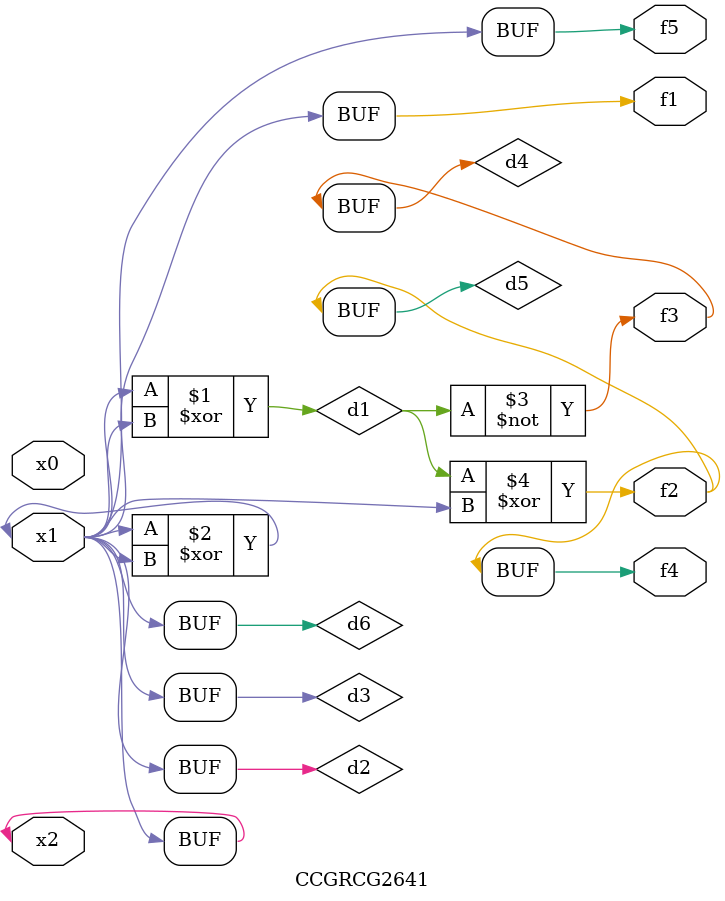
<source format=v>
module CCGRCG2641(
	input x0, x1, x2,
	output f1, f2, f3, f4, f5
);

	wire d1, d2, d3, d4, d5, d6;

	xor (d1, x1, x2);
	buf (d2, x1, x2);
	xor (d3, x1, x2);
	nor (d4, d1);
	xor (d5, d1, d2);
	buf (d6, d2, d3);
	assign f1 = d6;
	assign f2 = d5;
	assign f3 = d4;
	assign f4 = d5;
	assign f5 = d6;
endmodule

</source>
